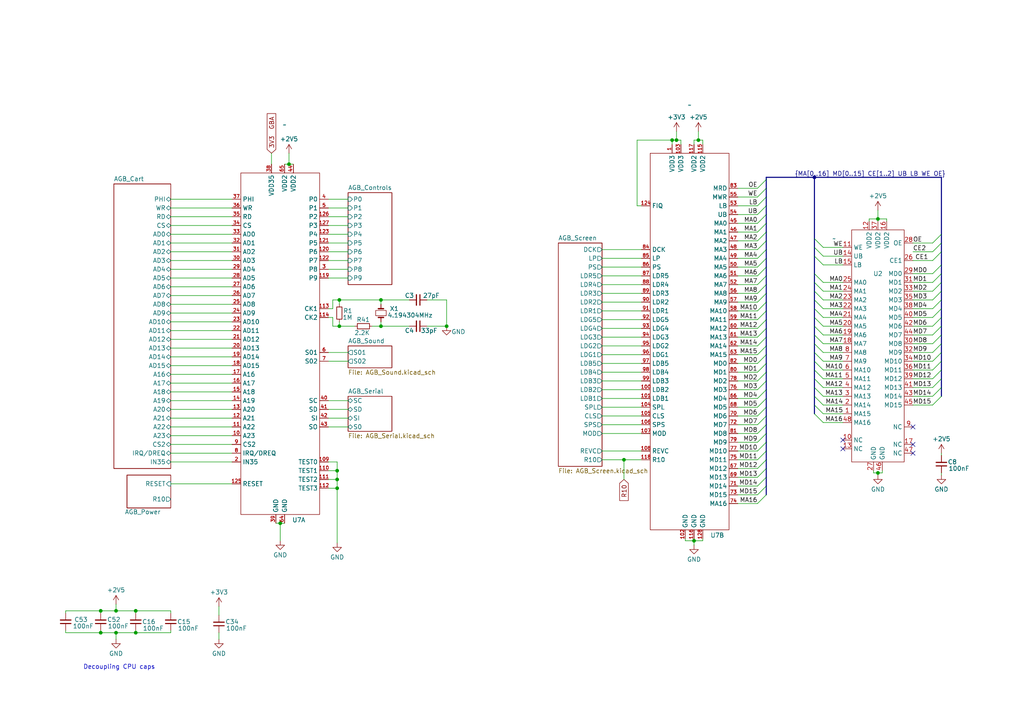
<source format=kicad_sch>
(kicad_sch (version 20230121) (generator eeschema)
  (paper "A4")
  (title_block (title "GBA 40Pin") (company "nataliethenerd.com"))
  (junction (at 110.49 94.615))
  (junction (at 201.295 156.845))
  (junction (at 180.975 133.35))
  (junction (at 110.49 86.995))
  (junction (at 97.79 136.525))
  (junction (at 254.635 63.5))
  (junction (at 39.37 177.165))
  (junction (at 129.54 94.615))
  (junction (at 33.655 177.165))
  (junction (at 98.425 94.615))
  (junction (at 83.82 47.625))
  (junction (at 98.425 86.995))
  (junction (at 81.28 151.765))
  (junction (at 236.22 51.435))
  (junction (at 33.655 183.515))
  (junction (at 97.79 139.065))
  (junction (at 202.565 40.64))
  (junction (at 29.21 183.515))
  (junction (at 97.79 141.605))
  (junction (at 39.37 183.515))
  (junction (at 254.635 137.16))
  (junction (at 194.945 40.64))
  (junction (at 196.215 40.64))
  (junction (at 29.21 177.165))
  (no_connect (at 244.475 127.635))
  (no_connect (at 264.795 131.445))
  (no_connect (at 244.475 130.175))
  (no_connect (at 264.795 128.905))
  (no_connect (at 264.795 123.825))
  (bus_entry (at 273.05 104.775) (size -2.54 2.54))
  (bus_entry (at 273.05 81.915) (size -2.54 2.54))
  (bus_entry (at 219.71 125.73) (size 2.54 -2.54))
  (bus_entry (at 273.05 70.485) (size -2.54 2.54))
  (bus_entry (at 219.71 74.93) (size 2.54 -2.54))
  (bus_entry (at 219.71 67.31) (size 2.54 -2.54))
  (bus_entry (at 236.22 99.695) (size 2.54 2.54))
  (bus_entry (at 273.05 102.235) (size -2.54 2.54))
  (bus_entry (at 273.05 86.995) (size -2.54 2.54))
  (bus_entry (at 236.22 112.395) (size 2.54 2.54))
  (bus_entry (at 219.71 100.33) (size 2.54 -2.54))
  (bus_entry (at 219.71 95.25) (size 2.54 -2.54))
  (bus_entry (at 273.05 76.835) (size -2.54 2.54))
  (bus_entry (at 273.05 114.935) (size -2.54 2.54))
  (bus_entry (at 219.71 62.23) (size 2.54 -2.54))
  (bus_entry (at 236.22 92.075) (size 2.54 2.54))
  (bus_entry (at 236.22 107.315) (size 2.54 2.54))
  (bus_entry (at 219.71 69.85) (size 2.54 -2.54))
  (bus_entry (at 219.71 118.11) (size 2.54 -2.54))
  (bus_entry (at 236.22 104.775) (size 2.54 2.54))
  (bus_entry (at 219.71 146.05) (size 2.54 -2.54))
  (bus_entry (at 236.22 81.915) (size 2.54 2.54))
  (bus_entry (at 219.71 140.97) (size 2.54 -2.54))
  (bus_entry (at 219.71 87.63) (size 2.54 -2.54))
  (bus_entry (at 236.22 102.235) (size 2.54 2.54))
  (bus_entry (at 219.71 113.03) (size 2.54 -2.54))
  (bus_entry (at 236.22 89.535) (size 2.54 2.54))
  (bus_entry (at 219.71 80.01) (size 2.54 -2.54))
  (bus_entry (at 219.71 123.19) (size 2.54 -2.54))
  (bus_entry (at 273.05 107.315) (size -2.54 2.54))
  (bus_entry (at 236.22 84.455) (size 2.54 2.54))
  (bus_entry (at 219.71 105.41) (size 2.54 -2.54))
  (bus_entry (at 219.71 54.61) (size 2.54 -2.54))
  (bus_entry (at 219.71 64.77) (size 2.54 -2.54))
  (bus_entry (at 219.71 72.39) (size 2.54 -2.54))
  (bus_entry (at 236.22 74.295) (size 2.54 2.54))
  (bus_entry (at 219.71 130.81) (size 2.54 -2.54))
  (bus_entry (at 219.71 85.09) (size 2.54 -2.54))
  (bus_entry (at 236.22 97.155) (size 2.54 2.54))
  (bus_entry (at 219.71 82.55) (size 2.54 -2.54))
  (bus_entry (at 236.22 117.475) (size 2.54 2.54))
  (bus_entry (at 273.05 67.945) (size -2.54 2.54))
  (bus_entry (at 219.71 59.69) (size 2.54 -2.54))
  (bus_entry (at 219.71 143.51) (size 2.54 -2.54))
  (bus_entry (at 236.22 71.755) (size 2.54 2.54))
  (bus_entry (at 273.05 84.455) (size -2.54 2.54))
  (bus_entry (at 219.71 133.35) (size 2.54 -2.54))
  (bus_entry (at 236.22 79.375) (size 2.54 2.54))
  (bus_entry (at 236.22 86.995) (size 2.54 2.54))
  (bus_entry (at 273.05 99.695) (size -2.54 2.54))
  (bus_entry (at 219.71 90.17) (size 2.54 -2.54))
  (bus_entry (at 273.05 73.025) (size -2.54 2.54))
  (bus_entry (at 273.05 109.855) (size -2.54 2.54))
  (bus_entry (at 273.05 94.615) (size -2.54 2.54))
  (bus_entry (at 236.22 109.855) (size 2.54 2.54))
  (bus_entry (at 273.05 97.155) (size -2.54 2.54))
  (bus_entry (at 219.71 128.27) (size 2.54 -2.54))
  (bus_entry (at 236.22 114.935) (size 2.54 2.54))
  (bus_entry (at 219.71 107.95) (size 2.54 -2.54))
  (bus_entry (at 273.05 92.075) (size -2.54 2.54))
  (bus_entry (at 219.71 135.89) (size 2.54 -2.54))
  (bus_entry (at 219.71 92.71) (size 2.54 -2.54))
  (bus_entry (at 273.05 112.395) (size -2.54 2.54))
  (bus_entry (at 236.22 69.215) (size 2.54 2.54))
  (bus_entry (at 219.71 57.15) (size 2.54 -2.54))
  (bus_entry (at 219.71 115.57) (size 2.54 -2.54))
  (bus_entry (at 219.71 97.79) (size 2.54 -2.54))
  (bus_entry (at 273.05 89.535) (size -2.54 2.54))
  (bus_entry (at 219.71 110.49) (size 2.54 -2.54))
  (bus_entry (at 219.71 102.87) (size 2.54 -2.54))
  (bus_entry (at 219.71 138.43) (size 2.54 -2.54))
  (bus_entry (at 273.05 79.375) (size -2.54 2.54))
  (bus_entry (at 219.71 120.65) (size 2.54 -2.54))
  (bus_entry (at 236.22 94.615) (size 2.54 2.54))
  (bus_entry (at 219.71 77.47) (size 2.54 -2.54))
  (bus_entry (at 236.22 120.015) (size 2.54 2.54))
  (wire (pts (xy 174.625 105.41) (xy 186.055 105.41)))
  (wire (pts (xy 49.53 70.485) (xy 67.31 70.485)))
  (wire (pts (xy 95.25 67.945) (xy 100.965 67.945)))
  (bus (pts (xy 236.22 97.155) (xy 236.22 99.695)))
  (wire (pts (xy 39.37 182.88) (xy 39.37 183.515)))
  (wire (pts (xy 174.625 120.65) (xy 186.055 120.65)))
  (bus (pts (xy 222.25 105.41) (xy 222.25 102.87)))
  (wire (pts (xy 98.425 88.265) (xy 98.425 86.995)))
  (wire (pts (xy 213.995 95.25) (xy 219.71 95.25)))
  (bus (pts (xy 236.22 74.295) (xy 236.22 79.375)))
  (wire (pts (xy 201.295 40.64) (xy 201.295 41.91)))
  (wire (pts (xy 174.625 92.71) (xy 186.055 92.71)))
  (wire (pts (xy 49.53 118.745) (xy 67.31 118.745)))
  (wire (pts (xy 213.995 133.35) (xy 219.71 133.35)))
  (wire (pts (xy 49.53 131.445) (xy 67.31 131.445)))
  (wire (pts (xy 174.625 115.57) (xy 186.055 115.57)))
  (wire (pts (xy 174.625 100.33) (xy 186.055 100.33)))
  (bus (pts (xy 236.22 109.855) (xy 236.22 112.395)))
  (wire (pts (xy 110.49 94.615) (xy 118.745 94.615)))
  (wire (pts (xy 49.53 93.345) (xy 67.31 93.345)))
  (wire (pts (xy 95.25 75.565) (xy 100.965 75.565)))
  (bus (pts (xy 222.25 92.71) (xy 222.25 90.17)))
  (wire (pts (xy 186.055 59.69) (xy 184.785 59.69)))
  (wire (pts (xy 97.79 141.605) (xy 95.25 141.605)))
  (bus (pts (xy 273.05 97.155) (xy 273.05 99.695)))
  (wire (pts (xy 96.52 92.075) (xy 96.52 94.615)))
  (wire (pts (xy 49.53 78.105) (xy 67.31 78.105)))
  (wire (pts (xy 273.05 131.445) (xy 273.05 132.08)))
  (wire (pts (xy 33.655 185.42) (xy 33.655 183.515)))
  (wire (pts (xy 95.25 78.105) (xy 100.965 78.105)))
  (wire (pts (xy 174.625 87.63) (xy 186.055 87.63)))
  (wire (pts (xy 255.905 137.16) (xy 254.635 137.16)))
  (wire (pts (xy 264.795 99.695) (xy 270.51 99.695)))
  (wire (pts (xy 95.25 102.235) (xy 100.965 102.235)))
  (bus (pts (xy 222.25 102.87) (xy 222.25 100.33)))
  (wire (pts (xy 19.05 177.165) (xy 29.21 177.165)))
  (wire (pts (xy 238.76 114.935) (xy 244.475 114.935)))
  (bus (pts (xy 222.25 100.33) (xy 222.25 97.79)))
  (wire (pts (xy 264.795 73.025) (xy 270.51 73.025)))
  (wire (pts (xy 123.825 86.995) (xy 129.54 86.995)))
  (wire (pts (xy 213.995 72.39) (xy 219.71 72.39)))
  (wire (pts (xy 33.655 175.26) (xy 33.655 177.165)))
  (wire (pts (xy 174.625 118.11) (xy 186.055 118.11)))
  (wire (pts (xy 95.25 104.775) (xy 100.965 104.775)))
  (bus (pts (xy 222.25 113.03) (xy 222.25 110.49)))
  (wire (pts (xy 238.76 84.455) (xy 244.475 84.455)))
  (wire (pts (xy 49.53 83.185) (xy 67.31 83.185)))
  (bus (pts (xy 222.25 77.47) (xy 222.25 74.93)))
  (bus (pts (xy 273.05 86.995) (xy 273.05 89.535)))
  (wire (pts (xy 95.25 80.645) (xy 100.965 80.645)))
  (wire (pts (xy 213.995 113.03) (xy 219.71 113.03)))
  (wire (pts (xy 264.795 114.935) (xy 270.51 114.935)))
  (wire (pts (xy 264.795 104.775) (xy 270.51 104.775)))
  (wire (pts (xy 257.175 63.5) (xy 254.635 63.5)))
  (wire (pts (xy 95.25 62.865) (xy 100.965 62.865)))
  (wire (pts (xy 213.995 102.87) (xy 219.71 102.87)))
  (wire (pts (xy 213.995 135.89) (xy 219.71 135.89)))
  (wire (pts (xy 97.79 141.605) (xy 97.79 139.065)))
  (wire (pts (xy 39.37 183.515) (xy 49.53 183.515)))
  (bus (pts (xy 273.05 107.315) (xy 273.05 109.855)))
  (wire (pts (xy 174.625 102.87) (xy 186.055 102.87)))
  (wire (pts (xy 49.53 103.505) (xy 67.31 103.505)))
  (bus (pts (xy 273.05 112.395) (xy 273.05 114.935)))
  (wire (pts (xy 110.49 88.265) (xy 110.49 86.995)))
  (bus (pts (xy 236.22 99.695) (xy 236.22 102.235)))
  (wire (pts (xy 213.995 110.49) (xy 219.71 110.49)))
  (wire (pts (xy 238.76 117.475) (xy 244.475 117.475)))
  (bus (pts (xy 222.25 72.39) (xy 222.25 69.85)))
  (bus (pts (xy 273.05 81.915) (xy 273.05 84.455)))
  (bus (pts (xy 222.25 118.11) (xy 222.25 115.57)))
  (wire (pts (xy 254.635 63.5) (xy 252.095 63.5)))
  (bus (pts (xy 222.25 110.49) (xy 222.25 107.95)))
  (wire (pts (xy 98.425 86.995) (xy 110.49 86.995)))
  (wire (pts (xy 264.795 81.915) (xy 270.51 81.915)))
  (wire (pts (xy 264.795 97.155) (xy 270.51 97.155)))
  (wire (pts (xy 213.995 143.51) (xy 219.71 143.51)))
  (bus (pts (xy 222.25 82.55) (xy 222.25 80.01)))
  (wire (pts (xy 213.995 80.01) (xy 219.71 80.01)))
  (bus (pts (xy 222.25 135.89) (xy 222.25 133.35)))
  (wire (pts (xy 264.795 70.485) (xy 270.51 70.485)))
  (wire (pts (xy 213.995 74.93) (xy 219.71 74.93)))
  (bus (pts (xy 236.22 117.475) (xy 236.22 120.015)))
  (wire (pts (xy 264.795 94.615) (xy 270.51 94.615)))
  (wire (pts (xy 129.54 94.615) (xy 123.825 94.615)))
  (bus (pts (xy 236.22 104.775) (xy 236.22 107.315)))
  (wire (pts (xy 98.425 94.615) (xy 98.425 93.345)))
  (wire (pts (xy 219.71 59.69) (xy 213.995 59.69)))
  (bus (pts (xy 222.25 128.27) (xy 222.25 125.73)))
  (wire (pts (xy 174.625 130.81) (xy 186.055 130.81)))
  (wire (pts (xy 238.76 120.015) (xy 244.475 120.015)))
  (wire (pts (xy 238.76 97.155) (xy 244.475 97.155)))
  (wire (pts (xy 254.635 60.96) (xy 254.635 63.5)))
  (bus (pts (xy 222.25 133.35) (xy 222.25 130.81)))
  (wire (pts (xy 213.995 138.43) (xy 219.71 138.43)))
  (wire (pts (xy 264.795 79.375) (xy 270.51 79.375)))
  (wire (pts (xy 264.795 84.455) (xy 270.51 84.455)))
  (wire (pts (xy 174.625 82.55) (xy 186.055 82.55)))
  (bus (pts (xy 236.22 107.315) (xy 236.22 109.855)))
  (wire (pts (xy 96.52 86.995) (xy 96.52 89.535)))
  (bus (pts (xy 273.05 51.435) (xy 273.05 67.945)))
  (bus (pts (xy 273.05 94.615) (xy 273.05 97.155)))
  (wire (pts (xy 49.53 177.8) (xy 49.53 177.165)))
  (bus (pts (xy 236.22 89.535) (xy 236.22 92.075)))
  (wire (pts (xy 252.095 63.5) (xy 252.095 64.135)))
  (wire (pts (xy 253.365 137.16) (xy 253.365 136.525)))
  (wire (pts (xy 203.835 40.64) (xy 203.835 41.91)))
  (bus (pts (xy 222.25 64.77) (xy 222.25 62.23)))
  (bus (pts (xy 236.22 114.935) (xy 236.22 117.475)))
  (wire (pts (xy 174.625 133.35) (xy 180.975 133.35)))
  (wire (pts (xy 97.79 139.065) (xy 97.79 136.525)))
  (wire (pts (xy 219.71 54.61) (xy 213.995 54.61)))
  (wire (pts (xy 95.25 57.785) (xy 100.965 57.785)))
  (bus (pts (xy 236.22 71.755) (xy 236.22 74.295)))
  (wire (pts (xy 201.295 156.845) (xy 201.295 156.21)))
  (wire (pts (xy 95.25 116.205) (xy 100.965 116.205)))
  (wire (pts (xy 49.53 75.565) (xy 67.31 75.565)))
  (wire (pts (xy 78.74 44.45) (xy 78.74 47.625)))
  (wire (pts (xy 49.53 133.985) (xy 67.31 133.985)))
  (wire (pts (xy 184.785 40.64) (xy 194.945 40.64)))
  (wire (pts (xy 264.795 89.535) (xy 270.51 89.535)))
  (bus (pts (xy 236.22 84.455) (xy 236.22 86.995)))
  (bus (pts (xy 222.25 57.15) (xy 222.25 54.61)))
  (wire (pts (xy 202.565 40.64) (xy 203.835 40.64)))
  (wire (pts (xy 81.28 151.765) (xy 82.55 151.765)))
  (wire (pts (xy 264.795 75.565) (xy 270.51 75.565)))
  (wire (pts (xy 174.625 85.09) (xy 186.055 85.09)))
  (wire (pts (xy 213.995 97.79) (xy 219.71 97.79)))
  (bus (pts (xy 273.05 99.695) (xy 273.05 102.235)))
  (wire (pts (xy 213.995 105.41) (xy 219.71 105.41)))
  (wire (pts (xy 254.635 137.795) (xy 254.635 137.16)))
  (wire (pts (xy 238.76 81.915) (xy 244.475 81.915)))
  (wire (pts (xy 49.53 95.885) (xy 67.31 95.885)))
  (wire (pts (xy 174.625 72.39) (xy 186.055 72.39)))
  (wire (pts (xy 213.995 118.11) (xy 219.71 118.11)))
  (wire (pts (xy 29.21 183.515) (xy 29.21 182.88)))
  (wire (pts (xy 97.79 136.525) (xy 95.25 136.525)))
  (wire (pts (xy 238.76 92.075) (xy 244.475 92.075)))
  (wire (pts (xy 219.71 67.31) (xy 213.995 67.31)))
  (wire (pts (xy 174.625 123.19) (xy 186.055 123.19)))
  (wire (pts (xy 213.995 85.09) (xy 219.71 85.09)))
  (wire (pts (xy 219.71 64.77) (xy 213.995 64.77)))
  (wire (pts (xy 174.625 125.73) (xy 186.055 125.73)))
  (bus (pts (xy 222.25 107.95) (xy 222.25 105.41)))
  (bus (pts (xy 273.05 102.235) (xy 273.05 104.775)))
  (wire (pts (xy 213.995 87.63) (xy 219.71 87.63)))
  (bus (pts (xy 222.25 52.07) (xy 222.25 51.435)))
  (wire (pts (xy 213.995 100.33) (xy 219.71 100.33)))
  (wire (pts (xy 95.25 89.535) (xy 96.52 89.535)))
  (wire (pts (xy 49.53 80.645) (xy 67.31 80.645)))
  (wire (pts (xy 33.655 177.165) (xy 29.21 177.165)))
  (wire (pts (xy 201.295 158.115) (xy 201.295 156.845)))
  (wire (pts (xy 49.53 116.205) (xy 67.31 116.205)))
  (wire (pts (xy 49.53 98.425) (xy 67.31 98.425)))
  (wire (pts (xy 63.5 185.42) (xy 63.5 183.515)))
  (wire (pts (xy 174.625 74.93) (xy 186.055 74.93)))
  (bus (pts (xy 236.22 102.235) (xy 236.22 104.775)))
  (wire (pts (xy 203.835 156.845) (xy 201.295 156.845)))
  (bus (pts (xy 273.05 79.375) (xy 273.05 81.915)))
  (wire (pts (xy 96.52 94.615) (xy 98.425 94.615)))
  (wire (pts (xy 255.905 136.525) (xy 255.905 137.16)))
  (wire (pts (xy 174.625 95.25) (xy 186.055 95.25)))
  (wire (pts (xy 95.25 118.745) (xy 100.965 118.745)))
  (wire (pts (xy 63.5 175.895) (xy 63.5 178.435)))
  (wire (pts (xy 201.295 156.845) (xy 198.755 156.845)))
  (bus (pts (xy 236.22 92.075) (xy 236.22 94.615)))
  (bus (pts (xy 222.25 87.63) (xy 222.25 85.09)))
  (wire (pts (xy 194.945 40.64) (xy 194.945 41.91)))
  (wire (pts (xy 213.995 77.47) (xy 219.71 77.47)))
  (wire (pts (xy 129.54 86.995) (xy 129.54 94.615)))
  (wire (pts (xy 264.795 107.315) (xy 270.51 107.315)))
  (wire (pts (xy 107.95 94.615) (xy 110.49 94.615)))
  (wire (pts (xy 49.53 73.025) (xy 67.31 73.025)))
  (bus (pts (xy 236.22 112.395) (xy 236.22 114.935)))
  (wire (pts (xy 97.79 157.48) (xy 97.79 141.605)))
  (wire (pts (xy 203.835 156.845) (xy 203.835 156.21)))
  (wire (pts (xy 49.53 183.515) (xy 49.53 182.88)))
  (bus (pts (xy 222.25 62.23) (xy 222.25 59.69)))
  (bus (pts (xy 222.25 138.43) (xy 222.25 135.89)))
  (wire (pts (xy 238.76 112.395) (xy 244.475 112.395)))
  (wire (pts (xy 238.76 94.615) (xy 244.475 94.615)))
  (bus (pts (xy 222.25 115.57) (xy 222.25 113.03)))
  (wire (pts (xy 238.76 86.995) (xy 244.475 86.995)))
  (wire (pts (xy 213.995 107.95) (xy 219.71 107.95)))
  (wire (pts (xy 180.975 139.065) (xy 180.975 133.35)))
  (wire (pts (xy 49.53 106.045) (xy 67.31 106.045)))
  (wire (pts (xy 213.995 130.81) (xy 219.71 130.81)))
  (wire (pts (xy 39.37 177.165) (xy 33.655 177.165)))
  (wire (pts (xy 83.82 47.625) (xy 82.55 47.625)))
  (wire (pts (xy 238.76 89.535) (xy 244.475 89.535)))
  (wire (pts (xy 33.655 183.515) (xy 39.37 183.515)))
  (bus (pts (xy 236.22 86.995) (xy 236.22 89.535)))
  (bus (pts (xy 273.05 104.775) (xy 273.05 107.315)))
  (bus (pts (xy 273.05 67.945) (xy 273.05 70.485)))
  (wire (pts (xy 83.82 44.45) (xy 83.82 47.625)))
  (wire (pts (xy 98.425 94.615) (xy 102.87 94.615)))
  (wire (pts (xy 49.53 88.265) (xy 67.31 88.265)))
  (wire (pts (xy 49.53 113.665) (xy 67.31 113.665)))
  (wire (pts (xy 213.995 92.71) (xy 219.71 92.71)))
  (bus (pts (xy 222.25 59.69) (xy 222.25 57.15)))
  (wire (pts (xy 201.295 40.64) (xy 202.565 40.64)))
  (wire (pts (xy 213.995 69.85) (xy 219.71 69.85)))
  (bus (pts (xy 222.25 67.31) (xy 222.25 64.77)))
  (wire (pts (xy 174.625 110.49) (xy 186.055 110.49)))
  (wire (pts (xy 196.215 38.1) (xy 196.215 40.64)))
  (wire (pts (xy 49.53 123.825) (xy 67.31 123.825)))
  (wire (pts (xy 213.995 146.05) (xy 219.71 146.05)))
  (wire (pts (xy 95.25 60.325) (xy 100.965 60.325)))
  (wire (pts (xy 83.82 47.625) (xy 85.09 47.625)))
  (bus (pts (xy 222.25 90.17) (xy 222.25 87.63)))
  (bus (pts (xy 222.25 51.435) (xy 236.22 51.435)))
  (wire (pts (xy 174.625 80.01) (xy 186.055 80.01)))
  (bus (pts (xy 273.05 89.535) (xy 273.05 92.075)))
  (wire (pts (xy 49.53 100.965) (xy 67.31 100.965)))
  (wire (pts (xy 264.795 86.995) (xy 270.51 86.995)))
  (wire (pts (xy 49.53 60.325) (xy 67.31 60.325)))
  (wire (pts (xy 174.625 77.47) (xy 186.055 77.47)))
  (wire (pts (xy 174.625 113.03) (xy 186.055 113.03)))
  (wire (pts (xy 81.28 156.845) (xy 81.28 151.765)))
  (bus (pts (xy 222.25 97.79) (xy 222.25 95.25)))
  (wire (pts (xy 264.795 109.855) (xy 270.51 109.855)))
  (wire (pts (xy 49.53 62.865) (xy 67.31 62.865)))
  (wire (pts (xy 49.53 108.585) (xy 67.31 108.585)))
  (wire (pts (xy 238.76 104.775) (xy 244.475 104.775)))
  (wire (pts (xy 213.995 120.65) (xy 219.71 120.65)))
  (wire (pts (xy 49.53 121.285) (xy 67.31 121.285)))
  (bus (pts (xy 222.25 123.19) (xy 222.25 120.65)))
  (wire (pts (xy 49.53 140.335) (xy 67.31 140.335)))
  (wire (pts (xy 254.635 137.16) (xy 253.365 137.16)))
  (wire (pts (xy 49.53 90.805) (xy 67.31 90.805)))
  (wire (pts (xy 238.76 107.315) (xy 244.475 107.315)))
  (wire (pts (xy 95.25 70.485) (xy 100.965 70.485)))
  (wire (pts (xy 219.71 62.23) (xy 213.995 62.23)))
  (wire (pts (xy 238.76 102.235) (xy 244.475 102.235)))
  (wire (pts (xy 174.625 97.79) (xy 186.055 97.79)))
  (wire (pts (xy 19.05 183.515) (xy 19.05 182.88)))
  (wire (pts (xy 19.05 183.515) (xy 29.21 183.515)))
  (bus (pts (xy 236.22 51.435) (xy 236.22 69.215)))
  (wire (pts (xy 219.71 57.15) (xy 213.995 57.15)))
  (wire (pts (xy 49.53 128.905) (xy 67.31 128.905)))
  (wire (pts (xy 184.785 59.69) (xy 184.785 40.64)))
  (bus (pts (xy 222.25 85.09) (xy 222.25 82.55)))
  (wire (pts (xy 202.565 38.1) (xy 202.565 40.64)))
  (wire (pts (xy 19.05 177.165) (xy 19.05 177.8)))
  (wire (pts (xy 39.37 177.8) (xy 39.37 177.165)))
  (wire (pts (xy 49.53 126.365) (xy 67.31 126.365)))
  (wire (pts (xy 194.945 40.64) (xy 196.215 40.64)))
  (wire (pts (xy 29.21 183.515) (xy 33.655 183.515)))
  (wire (pts (xy 180.975 133.35) (xy 186.055 133.35)))
  (wire (pts (xy 257.175 64.135) (xy 257.175 63.5)))
  (bus (pts (xy 222.25 140.97) (xy 222.25 138.43)))
  (wire (pts (xy 238.76 109.855) (xy 244.475 109.855)))
  (wire (pts (xy 110.49 94.615) (xy 110.49 93.345)))
  (wire (pts (xy 49.53 85.725) (xy 67.31 85.725)))
  (wire (pts (xy 97.79 133.985) (xy 95.25 133.985)))
  (bus (pts (xy 273.05 92.075) (xy 273.05 94.615)))
  (bus (pts (xy 273.05 73.025) (xy 273.05 76.835)))
  (wire (pts (xy 213.995 140.97) (xy 219.71 140.97)))
  (wire (pts (xy 95.25 65.405) (xy 100.965 65.405)))
  (wire (pts (xy 196.215 40.64) (xy 197.485 40.64)))
  (bus (pts (xy 273.05 84.455) (xy 273.05 86.995)))
  (wire (pts (xy 96.52 92.075) (xy 95.25 92.075)))
  (bus (pts (xy 236.22 94.615) (xy 236.22 97.155)))
  (wire (pts (xy 264.795 112.395) (xy 270.51 112.395)))
  (wire (pts (xy 213.995 90.17) (xy 219.71 90.17)))
  (bus (pts (xy 236.22 81.915) (xy 236.22 84.455)))
  (bus (pts (xy 222.25 80.01) (xy 222.25 77.47)))
  (wire (pts (xy 95.25 121.285) (xy 100.965 121.285)))
  (wire (pts (xy 264.795 102.235) (xy 270.51 102.235)))
  (wire (pts (xy 254.635 63.5) (xy 254.635 64.135)))
  (wire (pts (xy 81.28 151.765) (xy 80.01 151.765)))
  (bus (pts (xy 222.25 130.81) (xy 222.25 128.27)))
  (wire (pts (xy 96.52 86.995) (xy 98.425 86.995)))
  (wire (pts (xy 49.53 111.125) (xy 67.31 111.125)))
  (wire (pts (xy 49.53 57.785) (xy 67.31 57.785)))
  (wire (pts (xy 213.995 82.55) (xy 219.71 82.55)))
  (bus (pts (xy 236.22 79.375) (xy 236.22 81.915)))
  (wire (pts (xy 238.76 99.695) (xy 244.475 99.695)))
  (bus (pts (xy 222.25 54.61) (xy 222.25 52.07)))
  (wire (pts (xy 197.485 40.64) (xy 197.485 41.91)))
  (wire (pts (xy 238.76 74.295) (xy 244.475 74.295)))
  (wire (pts (xy 95.25 73.025) (xy 100.965 73.025)))
  (bus (pts (xy 222.25 74.93) (xy 222.25 72.39)))
  (bus (pts (xy 273.05 109.855) (xy 273.05 112.395)))
  (wire (pts (xy 238.76 122.555) (xy 244.475 122.555)))
  (wire (pts (xy 238.76 71.755) (xy 244.475 71.755)))
  (wire (pts (xy 49.53 67.945) (xy 67.31 67.945)))
  (bus (pts (xy 236.22 69.215) (xy 236.22 71.755)))
  (wire (pts (xy 264.795 92.075) (xy 270.51 92.075)))
  (wire (pts (xy 29.21 177.165) (xy 29.21 177.8)))
  (wire (pts (xy 273.05 137.795) (xy 273.05 137.16)))
  (wire (pts (xy 238.76 76.835) (xy 244.475 76.835)))
  (bus (pts (xy 222.25 125.73) (xy 222.25 123.19)))
  (wire (pts (xy 49.53 177.165) (xy 39.37 177.165)))
  (wire (pts (xy 213.995 115.57) (xy 219.71 115.57)))
  (wire (pts (xy 264.795 117.475) (xy 270.51 117.475)))
  (wire (pts (xy 213.995 125.73) (xy 219.71 125.73)))
  (wire (pts (xy 49.53 65.405) (xy 67.31 65.405)))
  (bus (pts (xy 222.25 69.85) (xy 222.25 67.31)))
  (bus (pts (xy 222.25 120.65) (xy 222.25 118.11)))
  (wire (pts (xy 174.625 90.17) (xy 186.055 90.17)))
  (wire (pts (xy 97.79 139.065) (xy 95.25 139.065)))
  (wire (pts (xy 174.625 107.95) (xy 186.055 107.95)))
  (bus (pts (xy 222.25 143.51) (xy 222.25 140.97)))
  (bus (pts (xy 273.05 70.485) (xy 273.05 73.025)))
  (wire (pts (xy 213.995 128.27) (xy 219.71 128.27)))
  (bus (pts (xy 222.25 95.25) (xy 222.25 92.71)))
  (bus (pts (xy 236.22 51.435) (xy 273.05 51.435)))
  (wire (pts (xy 110.49 86.995) (xy 118.745 86.995)))
  (wire (pts (xy 213.995 123.19) (xy 219.71 123.19)))
  (wire (pts (xy 198.755 156.845) (xy 198.755 156.21)))
  (bus (pts (xy 273.05 76.835) (xy 273.05 79.375)))
  (wire (pts (xy 97.79 136.525) (xy 97.79 133.985)))
  (wire (pts (xy 95.25 123.825) (xy 100.965 123.825)))
  (text "Decoupling CPU caps\n" (at 24.13 194.31 0) (effects (font (size 1.27 1.27)) (justify left bottom)))
  (label "MA16" (at 244.475 122.555 180))
  (label "MD1" (at 264.795 81.915 0))
  (label "MD3" (at 264.795 86.995 0))
  (label "MD10" (at 219.71 130.81 180))
  (label "MA12" (at 244.475 112.395 180))
  (label "MD3" (at 219.71 113.03 180))
  (label "MA3" (at 244.475 89.535 180))
  (label "MA8" (at 219.71 85.09 180))
  (label "MA14" (at 219.71 100.33 180))
  (label "MA15" (at 219.71 102.87 180))
  (label "MD6" (at 219.71 120.65 180))
  (label "LB" (at 244.475 76.835 180))
  (label "MA9" (at 219.71 87.63 180))
  (label "CE2" (at 264.795 73.025 0))
  (label "MD13" (at 264.795 112.395 0))
  (label "MD11" (at 219.71 133.35 180))
  (label "MD2" (at 264.795 84.455 0))
  (label "MA10" (at 244.475 107.315 180))
  (label "MA8" (at 244.475 102.235 180))
  (label "UB" (at 244.475 74.295 180))
  (label "MD7" (at 264.795 97.155 0))
  (label "MA12" (at 219.71 95.25 180))
  (label "MA13" (at 219.71 97.79 180))
  (label "MA13" (at 244.475 114.935 180))
  (label "MD6" (at 264.795 94.615 0))
  (label "MA16" (at 219.71 146.05 180))
  (label "MD12" (at 219.71 135.89 180))
  (label "MA0" (at 219.71 64.77 180))
  (label "MD5" (at 219.71 118.11 180))
  (label "MD9" (at 219.71 128.27 180))
  (label "MA4" (at 244.475 92.075 180))
  (label "MD1" (at 219.71 107.95 180))
  (label "MA7" (at 219.71 82.55 180))
  (label "MA6" (at 219.71 80.01 180))
  (label "MD9" (at 264.795 102.235 0))
  (label "MD11" (at 264.795 107.315 0))
  (label "WE" (at 244.475 71.755 180))
  (label "MA15" (at 239.395 120.015 0))
  (label "MA9" (at 244.475 104.775 180))
  (label "MA3" (at 219.71 72.39 180))
  (label "MA2" (at 219.71 69.85 180))
  (label "MD8" (at 219.71 125.73 180))
  (label "UB" (at 219.71 62.23 180))
  (label "MD2" (at 219.71 110.49 180))
  (label "MA5" (at 219.71 77.47 180))
  (label "MA11" (at 219.71 92.71 180))
  (label "MA6" (at 244.475 97.155 180))
  (label "OE" (at 219.71 54.61 180))
  (label "MD15" (at 264.795 117.475 0))
  (label "MD12" (at 264.795 109.855 0))
  (label "WE" (at 219.71 57.15 180))
  (label "MA14" (at 239.395 117.475 0))
  (label "LB" (at 219.71 59.69 180))
  (label "MD5" (at 264.795 92.075 0))
  (label "MD8" (at 264.795 99.695 0))
  (label "MA11" (at 244.475 109.855 180))
  (label "MA1" (at 244.475 84.455 180))
  (label "MA2" (at 244.475 86.995 180))
  (label "{MA[0..16] MD[0..15] CE[1..2] UB LB WE OE}" (at 230.505 51.435 0))
  (label "MD14" (at 219.71 140.97 180))
  (label "MA10" (at 219.71 90.17 180))
  (label "MA7" (at 244.475 99.695 180))
  (label "MD15" (at 219.71 143.51 180))
  (label "MD0" (at 264.795 79.375 0))
  (label "MD10" (at 264.795 104.775 0))
  (label "MD4" (at 219.71 115.57 180))
  (label "CE1" (at 265.43 75.565 0))
  (label "MA5" (at 244.475 94.615 180))
  (label "MA4" (at 219.71 74.93 180))
  (label "MD4" (at 264.795 89.535 0))
  (label "OE" (at 264.795 70.485 0))
  (label "MD7" (at 219.71 123.19 180))
  (label "MD13" (at 219.71 138.43 180))
  (label "MD14" (at 264.795 114.935 0))
  (label "MA1" (at 219.71 67.31 180))
  (label "MA0" (at 244.475 81.915 180))
  (label "MD0" (at 219.71 105.41 180))
  (global_label "3V3  GBA" (shape input) (at 78.74 44.45 90) (property "Intersheetrefs" "${INTERSHEET_REFS}" (effects hide)))
  (global_label "R10" (shape input) (at 180.975 139.065 270) (property "Intersheetrefs" "${INTERSHEET_REFS}" (effects hide)))
  (symbol (lib_id "Device:C_Small") (at 273.05 134.62 180) (unit 1)
    (property "Reference" "C8" (at 276.225 133.985 0))
    (property "Value" "100nF" (at 278.13 135.89 0))
    (property "Footprint" "Capacitor_SMD:C_0402_1005Metric" (effects hide))
  )
  (symbol (lib_id "Device:R_Small") (at 98.425 90.805 0) (mirror y) (unit 1)
    (property "Reference" "R1" (at 102.235 90.17 0) (effects (justify left)))
    (property "Value" "1M" (at 102.235 92.075 0) (effects (justify left)))
    (property "Footprint" "Resistor_SMD:R_0402_1005Metric" (effects hide))
  )
  (symbol (lib_id "Device:C_Small") (at 49.53 180.34 180) (unit 1)
    (property "Reference" "C15" (at 53.34 180.34 0))
    (property "Value" "100nF" (at 54.61 182.245 0))
    (property "Footprint" "Capacitor_SMD:C_0402_1005Metric" (effects hide))
  )
  (symbol (lib_id "power:+2V5") (at 202.565 38.1 0) (unit 1)
    (property "Reference" "#PWR05" (effects hide))
    (property "Value" "+2V5" (at 202.565 33.9669 0))
  )
  (symbol (lib_id "power:GND") (at 201.295 158.115 0) (unit 1)
    (property "Reference" "#PWR012" (effects hide))
    (property "Value" "GND" (at 201.295 162.2481 0))
  )
  (symbol (lib_id "power:GND") (at 81.28 156.845 0) (unit 1)
    (property "Reference" "#PWR056" (effects hide))
    (property "Value" "GND" (at 81.28 160.9781 0))
  )
  (symbol (lib_id "Device:C_Small") (at 121.285 94.615 270) (mirror x) (unit 1)
    (property "Reference" "C4" (at 118.745 95.885 90))
    (property "Value" "33pF" (at 124.46 95.885 90))
    (property "Footprint" "Capacitor_SMD:C_0402_1005Metric" (effects hide))
  )
  (symbol (lib_id "Device:C_Small") (at 121.285 86.995 270) (mirror x) (unit 1)
    (property "Reference" "C3" (at 118.745 85.725 90))
    (property "Value" "27pF" (at 125.095 85.725 90))
    (property "Footprint" "Capacitor_SMD:C_0402_1005Metric" (effects hide))
  )
  (symbol (lib_id "Device:C_Small") (at 29.21 180.34 180) (unit 1)
    (property "Reference" "C52" (at 33.02 179.705 0))
    (property "Value" "100nF" (at 34.29 181.61 0))
    (property "Footprint" "Capacitor_SMD:C_0402_1005Metric" (effects hide))
  )
  (symbol (lib_id "power:GND") (at 63.5 185.42 0) (unit 1)
    (property "Reference" "#PWR016" (effects hide))
    (property "Value" "GND" (at 63.5 189.5531 0))
  )
  (symbol (lib_id "power:+2V5") (at 83.82 44.45 0) (unit 1)
    (property "Reference" "#PWR08" (effects hide))
    (property "Value" "+2V5" (at 83.82 40.3169 0))
  )
  (symbol (lib_id "power:+2V5") (at 33.655 175.26 0) (unit 1)
    (property "Reference" "#PWR019" (effects hide))
    (property "Value" "+2V5" (at 33.655 171.1269 0))
  )
  (symbol (lib_id "power:GND") (at 273.05 137.795 0) (unit 1)
    (property "Reference" "#PWR013" (effects hide))
    (property "Value" "GND" (at 273.05 141.9281 0))
  )
  (symbol (lib_id "Device:C_Small") (at 19.05 180.34 180) (unit 1)
    (property "Reference" "C53" (at 23.495 179.705 0))
    (property "Value" "100nF" (at 24.13 181.61 0))
    (property "Footprint" "Capacitor_SMD:C_0402_1005Metric" (effects hide))
  )
  (symbol (lib_id "power:GND") (at 129.54 94.615 0) (mirror y) (unit 1)
    (property "Reference" "#PWR021" (effects hide))
    (property "Value" "GND" (at 134.9963 96.2312 0) (effects (justify left)))
  )
  (symbol (lib_id "power:GND") (at 97.79 157.48 0) (unit 1)
    (property "Reference" "#PWR061" (effects hide))
    (property "Value" "GND" (at 97.79 161.6131 0))
  )
  (symbol (lib_id "Device:C_Small") (at 63.5 180.975 180) (unit 1)
    (property "Reference" "C34" (at 67.31 180.34 0))
    (property "Value" "100nF" (at 68.58 182.245 0))
    (property "Footprint" "Capacitor_SMD:C_0402_1005Metric" (effects hide))
  )
  (symbol (lib_id "power:+2V5") (at 273.05 131.445 0) (unit 1)
    (property "Reference" "#PWR018" (effects hide))
    (property "Value" "+2V5" (at 273.05 127.3119 0))
  )
  (symbol (lib_id "AGB:CPU_AGB") (at 198.755 44.45 0) (unit 2)
    (property "Reference" "U7" (at 206.0291 155.2631 0) (effects (justify left)))
    (property "Value" "~" (at 200.025 30.48 0))
    (property "Footprint" "AGB:AGB CPU" (effects hide))
  )
  (symbol (lib_id "Device:R_Small") (at 105.41 94.615 90) (mirror x) (unit 1)
    (property "Reference" "R41" (at 107.315 92.71 90) (effects (justify left)))
    (property "Value" "2.2K" (at 107.2787 96.519 90) (effects (justify left)))
    (property "Footprint" "Resistor_SMD:R_0402_1005Metric" (effects hide))
  )
  (symbol (lib_id "power:+3V3") (at 63.5 175.895 0) (unit 1)
    (property "Reference" "#PWR037" (effects hide))
    (property "Value" "+3V3" (at 63.5 171.7619 0))
  )
  (symbol (lib_name "CPU_AGB_2") (lib_id "AGB:CPU_AGB") (at 81.28 50.165 0) (unit 1)
    (property "Reference" "U7" (at 84.7441 150.8181 0) (effects (justify left)))
    (property "Value" "~" (at 82.55 36.195 0))
    (property "Footprint" "AGB:AGB CPU" (effects hide))
  )
  (symbol (lib_id "power:+3V3") (at 196.215 38.1 0) (unit 1)
    (property "Reference" "#PWR02" (effects hide))
    (property "Value" "+3V3" (at 196.215 33.9669 0))
  )
  (symbol (lib_id "Device:Crystal_Small") (at 110.49 90.805 90) (unit 1)
    (property "Reference" "X1" (at 113.03 89.535 90) (effects (justify right)))
    (property "Value" "4.194304MHz" (at 112.395 91.44 90) (effects (justify right)))
    (property "Footprint" "AGB:AGB Crystal" (effects hide))
  )
  (symbol (lib_id "AGB:AGB_SRAM") (at 254.635 66.675 0) (unit 1)
    (property "Reference" "U2" (at 254.635 79.375 0))
    (property "Value" "~" (at 241.935 69.215 0))
    (property "Footprint" "AGB:AGB SRAM" (effects hide))
  )
  (symbol (lib_id "power:GND") (at 33.655 185.42 0) (unit 1)
    (property "Reference" "#PWR06" (effects hide))
    (property "Value" "GND" (at 33.655 189.5531 0))
  )
  (symbol (lib_id "power:GND") (at 254.635 137.795 0) (unit 1)
    (property "Reference" "#PWR014" (effects hide))
    (property "Value" "GND" (at 254.635 141.9281 0))
  )
  (symbol (lib_id "Device:C_Small") (at 39.37 180.34 180) (unit 1)
    (property "Reference" "C16" (at 43.18 180.34 0))
    (property "Value" "100nF" (at 44.45 182.245 0))
    (property "Footprint" "Capacitor_SMD:C_0402_1005Metric" (effects hide))
  )
  (symbol (lib_id "power:+2V5") (at 254.635 60.96 0) (unit 1)
    (property "Reference" "#PWR017" (effects hide))
    (property "Value" "+2V5" (at 254.635 56.8269 0))
  )
  (sheet (at 100.965 114.935) (size 12.7 10.16) (stroke (width 0.1524))
    (property "Sheetname" "AGB_Serial" (at 100.965 114.2234 0) (effects (justify left bottom)))
    (property "Sheetfile" "AGB_Serial.kicad_sch" (at 100.965 125.6796 0) (effects (justify left top)))
    (pin "S0" bidirectional (at 100.965 123.825 180))
    (pin "SI" bidirectional (at 100.965 121.285 180))
    (pin "SD" bidirectional (at 100.965 118.745 180))
    (pin "SC" bidirectional (at 100.965 116.205 180))
  )
  (sheet (at 36.83 137.795) (size 12.7 9.525) (stroke (width 0.1524))
    (property "Sheetname" "AGB_Power" (at 36.195 149.225 0) (effects (justify left bottom)))
    (property "Sheetfile" "AGB_Power.kicad_sch" (effects hide))
    (pin "R10" output (at 49.53 144.78 0))
    (pin "RESET" input (at 49.53 140.335 0))
  )
  (sheet (at 100.965 55.88) (size 12.7 26.67) (stroke (width 0.1524))
    (property "Sheetname" "AGB_Controls" (at 100.965 55.1684 0) (effects (justify left bottom)))
    (property "Sheetfile" "AGB_Controls.kicad_sch" (effects hide))
    (pin "P4" input (at 100.965 67.945 180))
    (pin "P2" input (at 100.965 62.865 180))
    (pin "P1" input (at 100.965 60.325 180))
    (pin "P3" input (at 100.965 65.405 180))
    (pin "P0" input (at 100.965 57.785 180))
    (pin "P5" input (at 100.965 70.485 180))
    (pin "P6" input (at 100.965 73.025 180))
    (pin "P7" input (at 100.965 75.565 180))
    (pin "P8" input (at 100.965 78.105 180))
    (pin "P9" input (at 100.965 80.645 180))
  )
  (sheet (at 100.965 100.33) (size 12.7 6.35) (stroke (width 0.1524))
    (property "Sheetname" "AGB_Sound" (at 100.965 99.6184 0) (effects (justify left bottom)))
    (property "Sheetfile" "AGB_Sound.kicad_sch" (at 100.965 107.2646 0) (effects (justify left top)))
    (pin "S01" output (at 100.965 102.235 180))
    (pin "S02" output (at 100.965 104.775 180))
  )
  (sheet (at 33.02 53.34) (size 16.51 82.55) (stroke (width 0.1524))
    (property "Sheetname" "AGB_Cart" (at 33.02 52.6284 0) (effects (justify left bottom)))
    (property "Sheetfile" "AGB_Cart.kicad_sch" (effects hide))
    (pin "A20" bidirectional (at 49.53 118.745 0))
    (pin "A16" bidirectional (at 49.53 108.585 0))
    (pin "A17" bidirectional (at 49.53 111.125 0))
    (pin "A19" bidirectional (at 49.53 116.205 0))
    (pin "A18" bidirectional (at 49.53 113.665 0))
    (pin "AD11" bidirectional (at 49.53 95.885 0))
    (pin "AD12" bidirectional (at 49.53 98.425 0))
    (pin "AD13" bidirectional (at 49.53 100.965 0))
    (pin "AD14" bidirectional (at 49.53 103.505 0))
    (pin "AD15" bidirectional (at 49.53 106.045 0))
    (pin "A21" bidirectional (at 49.53 121.285 0))
    (pin "CS2" bidirectional (at 49.53 128.905 0))
    (pin "A23" bidirectional (at 49.53 126.365 0))
    (pin "A22" bidirectional (at 49.53 123.825 0))
    (pin "IRQ{slash}DREQ" bidirectional (at 49.53 131.445 0))
    (pin "AD6" bidirectional (at 49.53 83.185 0))
    (pin "AD4" bidirectional (at 49.53 78.105 0))
    (pin "AD3" bidirectional (at 49.53 75.565 0))
    (pin "AD2" bidirectional (at 49.53 73.025 0))
    (pin "AD5" bidirectional (at 49.53 80.645 0))
    (pin "AD7" bidirectional (at 49.53 85.725 0))
    (pin "PHI" bidirectional (at 49.53 57.785 0))
    (pin "CS" bidirectional (at 49.53 65.405 0))
    (pin "AD1" bidirectional (at 49.53 70.485 0))
    (pin "RD" bidirectional (at 49.53 62.865 0))
    (pin "AD0" bidirectional (at 49.53 67.945 0))
    (pin "WR" bidirectional (at 49.53 60.325 0))
    (pin "AD9" bidirectional (at 49.53 90.805 0))
    (pin "AD8" bidirectional (at 49.53 88.265 0))
    (pin "AD10" bidirectional (at 49.53 93.345 0))
    (pin "IN35" bidirectional (at 49.53 133.985 0))
  )
  (sheet (at 161.925 70.485) (size 12.7 64.77) (stroke (width 0.1524))
    (property "Sheetname" "AGB_Screen" (at 161.925 69.7734 0) (effects (justify left bottom)))
    (property "Sheetfile" "AGB_Screen.kicad_sch" (at 161.925 135.8396 0) (effects (justify left top)))
    (pin "LDG1" output (at 174.625 102.87 0))
    (pin "LDB5" output (at 174.625 105.41 0))
    (pin "LDB3" output (at 174.625 110.49 0))
    (pin "LDB2" output (at 174.625 113.03 0))
    (pin "LDB4" output (at 174.625 107.95 0))
    (pin "MOD" output (at 174.625 125.73 0))
    (pin "SPS" output (at 174.625 123.19 0))
    (pin "LDB1" output (at 174.625 115.57 0))
    (pin "SPL" output (at 174.625 118.11 0))
    (pin "CLS" output (at 174.625 120.65 0))
    (pin "LDR1" output (at 174.625 90.17 0))
    (pin "LDG5" output (at 174.625 92.71 0))
    (pin "LDG3" output (at 174.625 97.79 0))
    (pin "LDG4" output (at 174.625 95.25 0))
    (pin "LDR3" output (at 174.625 85.09 0))
    (pin "PS" output (at 174.625 77.47 0))
    (pin "LDR4" output (at 174.625 82.55 0))
    (pin "LDR5" output (at 174.625 80.01 0))
    (pin "LDR2" output (at 174.625 87.63 0))
    (pin "LDG2" output (at 174.625 100.33 0))
    (pin "LP" output (at 174.625 74.93 0))
    (pin "DCK" output (at 174.625 72.39 0))
    (pin "REVC" output (at 174.625 130.81 0))
    (pin "R10" output (at 174.625 133.35 0))
  )
)
</source>
